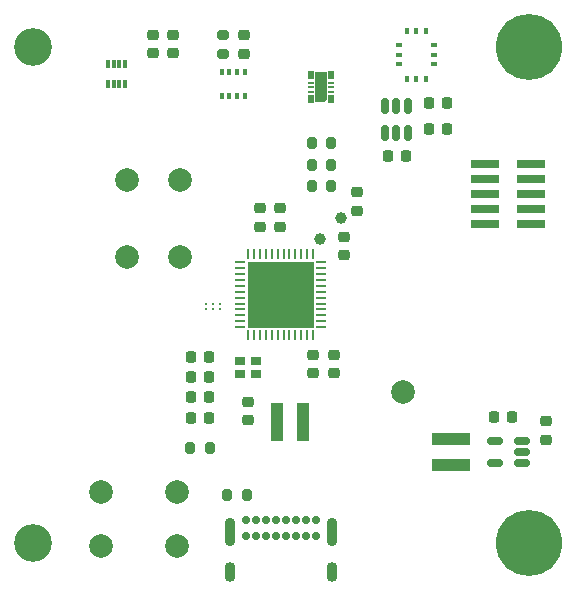
<source format=gbr>
%TF.GenerationSoftware,KiCad,Pcbnew,8.0.7*%
%TF.CreationDate,2025-02-04T03:24:01+13:00*%
%TF.ProjectId,Housens-L,486f7573-656e-4732-9d4c-2e6b69636164,002*%
%TF.SameCoordinates,Original*%
%TF.FileFunction,Soldermask,Top*%
%TF.FilePolarity,Negative*%
%FSLAX46Y46*%
G04 Gerber Fmt 4.6, Leading zero omitted, Abs format (unit mm)*
G04 Created by KiCad (PCBNEW 8.0.7) date 2025-02-04 03:24:01*
%MOMM*%
%LPD*%
G01*
G04 APERTURE LIST*
G04 Aperture macros list*
%AMRoundRect*
0 Rectangle with rounded corners*
0 $1 Rounding radius*
0 $2 $3 $4 $5 $6 $7 $8 $9 X,Y pos of 4 corners*
0 Add a 4 corners polygon primitive as box body*
4,1,4,$2,$3,$4,$5,$6,$7,$8,$9,$2,$3,0*
0 Add four circle primitives for the rounded corners*
1,1,$1+$1,$2,$3*
1,1,$1+$1,$4,$5*
1,1,$1+$1,$6,$7*
1,1,$1+$1,$8,$9*
0 Add four rect primitives between the rounded corners*
20,1,$1+$1,$2,$3,$4,$5,0*
20,1,$1+$1,$4,$5,$6,$7,0*
20,1,$1+$1,$6,$7,$8,$9,0*
20,1,$1+$1,$8,$9,$2,$3,0*%
%AMOutline5P*
0 Free polygon, 5 corners , with rotation*
0 The origin of the aperture is its center*
0 number of corners: always 5*
0 $1 to $10 corner X, Y*
0 $11 Rotation angle, in degrees counterclockwise*
0 create outline with 5 corners*
4,1,5,$1,$2,$3,$4,$5,$6,$7,$8,$9,$10,$1,$2,$11*%
%AMOutline6P*
0 Free polygon, 6 corners , with rotation*
0 The origin of the aperture is its center*
0 number of corners: always 6*
0 $1 to $12 corner X, Y*
0 $13 Rotation angle, in degrees counterclockwise*
0 create outline with 6 corners*
4,1,6,$1,$2,$3,$4,$5,$6,$7,$8,$9,$10,$11,$12,$1,$2,$13*%
%AMOutline7P*
0 Free polygon, 7 corners , with rotation*
0 The origin of the aperture is its center*
0 number of corners: always 7*
0 $1 to $14 corner X, Y*
0 $15 Rotation angle, in degrees counterclockwise*
0 create outline with 7 corners*
4,1,7,$1,$2,$3,$4,$5,$6,$7,$8,$9,$10,$11,$12,$13,$14,$1,$2,$15*%
%AMOutline8P*
0 Free polygon, 8 corners , with rotation*
0 The origin of the aperture is its center*
0 number of corners: always 8*
0 $1 to $16 corner X, Y*
0 $17 Rotation angle, in degrees counterclockwise*
0 create outline with 8 corners*
4,1,8,$1,$2,$3,$4,$5,$6,$7,$8,$9,$10,$11,$12,$13,$14,$15,$16,$1,$2,$17*%
G04 Aperture macros list end*
%ADD10R,0.200000X0.200000*%
%ADD11RoundRect,0.225000X-0.225000X-0.250000X0.225000X-0.250000X0.225000X0.250000X-0.225000X0.250000X0*%
%ADD12C,3.200000*%
%ADD13RoundRect,0.200000X0.200000X0.275000X-0.200000X0.275000X-0.200000X-0.275000X0.200000X-0.275000X0*%
%ADD14RoundRect,0.225000X-0.250000X0.225000X-0.250000X-0.225000X0.250000X-0.225000X0.250000X0.225000X0*%
%ADD15RoundRect,0.225000X0.225000X0.250000X-0.225000X0.250000X-0.225000X-0.250000X0.225000X-0.250000X0*%
%ADD16C,5.600000*%
%ADD17R,0.500000X0.325000*%
%ADD18R,0.500000X0.250000*%
%ADD19Outline5P,-0.475000X1.085000X-0.285000X1.275000X0.475000X1.275000X0.475000X-1.275000X-0.475000X-1.275000X180.000000*%
%ADD20RoundRect,0.150000X-0.150000X0.512500X-0.150000X-0.512500X0.150000X-0.512500X0.150000X0.512500X0*%
%ADD21RoundRect,0.225000X0.250000X-0.225000X0.250000X0.225000X-0.250000X0.225000X-0.250000X-0.225000X0*%
%ADD22R,0.550000X0.300000*%
%ADD23R,0.300000X0.550000*%
%ADD24R,0.300000X0.720000*%
%ADD25R,0.900000X0.800000*%
%ADD26RoundRect,0.062500X-0.062500X0.375000X-0.062500X-0.375000X0.062500X-0.375000X0.062500X0.375000X0*%
%ADD27RoundRect,0.062500X-0.375000X0.062500X-0.375000X-0.062500X0.375000X-0.062500X0.375000X0.062500X0*%
%ADD28R,5.600000X5.600000*%
%ADD29R,0.350000X0.500000*%
%ADD30RoundRect,0.150000X0.512500X0.150000X-0.512500X0.150000X-0.512500X-0.150000X0.512500X-0.150000X0*%
%ADD31C,2.000000*%
%ADD32R,2.400000X0.740000*%
%ADD33RoundRect,0.200000X-0.200000X-0.275000X0.200000X-0.275000X0.200000X0.275000X-0.200000X0.275000X0*%
%ADD34RoundRect,0.200000X0.275000X-0.200000X0.275000X0.200000X-0.275000X0.200000X-0.275000X-0.200000X0*%
%ADD35R,3.200000X1.000000*%
%ADD36C,0.700000*%
%ADD37O,0.900000X2.400000*%
%ADD38O,0.900000X1.700000*%
%ADD39R,1.000000X3.200000*%
%ADD40C,1.000000*%
G04 APERTURE END LIST*
D10*
%TO.C,U8*%
X78700000Y-106250000D03*
X79287000Y-106250000D03*
X79874000Y-106250000D03*
X79874000Y-105750000D03*
X79287000Y-105750000D03*
X78700000Y-105750000D03*
%TD*%
D11*
%TO.C,C20*%
X97525000Y-88800000D03*
X99075000Y-88800000D03*
%TD*%
D12*
%TO.C,H1*%
X64000000Y-84000000D03*
%TD*%
D13*
%TO.C,R2*%
X89300000Y-92200000D03*
X87650000Y-92200000D03*
%TD*%
D14*
%TO.C,C8*%
X89525000Y-110075000D03*
X89525000Y-111625000D03*
%TD*%
D15*
%TO.C,C16*%
X78950000Y-113706250D03*
X77400000Y-113706250D03*
%TD*%
D16*
%TO.C,H2*%
X106000000Y-84000000D03*
%TD*%
D17*
%TO.C,U7*%
X89300000Y-88600000D03*
X89300000Y-88275000D03*
D18*
X89300000Y-87837500D03*
X89300000Y-87437500D03*
X89300000Y-87037500D03*
D17*
X89300000Y-86600000D03*
X89300000Y-86275000D03*
X87600000Y-86275000D03*
X87600000Y-86600000D03*
D18*
X87600000Y-87037500D03*
X87600000Y-87437500D03*
X87600000Y-87837500D03*
D17*
X87600000Y-88275000D03*
X87600000Y-88600000D03*
D19*
X88450000Y-87437500D03*
%TD*%
D15*
%TO.C,C15*%
X78950000Y-115416250D03*
X77400000Y-115416250D03*
%TD*%
D20*
%TO.C,U6*%
X95750000Y-89025000D03*
X94800000Y-89025000D03*
X93850000Y-89025000D03*
X93850000Y-91300000D03*
X94800000Y-91300000D03*
X95750000Y-91300000D03*
%TD*%
D21*
%TO.C,C1*%
X107500000Y-117275000D03*
X107500000Y-115725000D03*
%TD*%
D22*
%TO.C,U5*%
X95000000Y-83900000D03*
X95000000Y-84700000D03*
X95000000Y-85500000D03*
D23*
X95700000Y-86700000D03*
X96500000Y-86700000D03*
X97300000Y-86700000D03*
D22*
X98000000Y-85500000D03*
X98000000Y-84700000D03*
X98000000Y-83900000D03*
D23*
X97300000Y-82700000D03*
X96500000Y-82700000D03*
X95700000Y-82700000D03*
%TD*%
D24*
%TO.C,U3*%
X71850000Y-85430000D03*
X71350000Y-85430000D03*
X70850000Y-85430000D03*
X70350000Y-85430000D03*
X70350000Y-87150000D03*
X70850000Y-87150000D03*
X71350000Y-87150000D03*
X71850000Y-87150000D03*
%TD*%
D21*
%TO.C,C6*%
X82262500Y-115625000D03*
X82262500Y-114075000D03*
%TD*%
D25*
%TO.C,Y1*%
X82937500Y-110600000D03*
X81537500Y-110600000D03*
X81537500Y-111700000D03*
X82937500Y-111700000D03*
%TD*%
D13*
%TO.C,R3*%
X89300000Y-94000000D03*
X87650000Y-94000000D03*
%TD*%
D21*
%TO.C,C4*%
X75900000Y-84550000D03*
X75900000Y-83000000D03*
%TD*%
D26*
%TO.C,U4*%
X87750000Y-101562500D03*
X87250000Y-101562500D03*
X86750000Y-101562500D03*
X86250000Y-101562500D03*
X85750000Y-101562500D03*
X85250000Y-101562500D03*
X84750000Y-101562500D03*
X84250000Y-101562500D03*
X83750000Y-101562500D03*
X83250000Y-101562500D03*
X82750000Y-101562500D03*
X82250000Y-101562500D03*
D27*
X81562500Y-102250000D03*
X81562500Y-102750000D03*
X81562500Y-103250000D03*
X81562500Y-103750000D03*
X81562500Y-104250000D03*
X81562500Y-104750000D03*
X81562500Y-105250000D03*
X81562500Y-105750000D03*
X81562500Y-106250000D03*
X81562500Y-106750000D03*
X81562500Y-107250000D03*
X81562500Y-107750000D03*
D26*
X82250000Y-108437500D03*
X82750000Y-108437500D03*
X83250000Y-108437500D03*
X83750000Y-108437500D03*
X84250000Y-108437500D03*
X84750000Y-108437500D03*
X85250000Y-108437500D03*
X85750000Y-108437500D03*
X86250000Y-108437500D03*
X86750000Y-108437500D03*
X87250000Y-108437500D03*
X87750000Y-108437500D03*
D27*
X88437500Y-107750000D03*
X88437500Y-107250000D03*
X88437500Y-106750000D03*
X88437500Y-106250000D03*
X88437500Y-105750000D03*
X88437500Y-105250000D03*
X88437500Y-104750000D03*
X88437500Y-104250000D03*
X88437500Y-103750000D03*
X88437500Y-103250000D03*
X88437500Y-102750000D03*
X88437500Y-102250000D03*
D28*
X85000000Y-105000000D03*
%TD*%
D16*
%TO.C,H3*%
X106000000Y-126000000D03*
%TD*%
D29*
%TO.C,U2*%
X81967461Y-88205648D03*
X81317461Y-88205648D03*
X80667461Y-88205648D03*
X80017461Y-88205648D03*
X80017461Y-86155648D03*
X80667461Y-86155648D03*
X81317461Y-86155648D03*
X81967461Y-86155648D03*
%TD*%
D21*
%TO.C,C11*%
X83237500Y-99250000D03*
X83237500Y-97700000D03*
%TD*%
D11*
%TO.C,C2*%
X103025000Y-115350000D03*
X104575000Y-115350000D03*
%TD*%
D12*
%TO.C,H4*%
X64000000Y-126000000D03*
%TD*%
D30*
%TO.C,U1*%
X105400000Y-119250000D03*
X105400000Y-118300000D03*
X105400000Y-117350000D03*
X103125000Y-117350000D03*
X103125000Y-119250000D03*
%TD*%
D21*
%TO.C,C9*%
X91450000Y-97875000D03*
X91450000Y-96325000D03*
%TD*%
%TO.C,C12*%
X84937500Y-99250000D03*
X84937500Y-97700000D03*
%TD*%
D15*
%TO.C,C10*%
X78950000Y-110293750D03*
X77400000Y-110293750D03*
%TD*%
D11*
%TO.C,C19*%
X97525000Y-91000000D03*
X99075000Y-91000000D03*
%TD*%
D31*
%TO.C,TP1*%
X95400000Y-113200000D03*
%TD*%
D32*
%TO.C,J1*%
X106200000Y-99000000D03*
X102300000Y-99000000D03*
X106200000Y-97730000D03*
X102300000Y-97730000D03*
X106200000Y-96460000D03*
X102300000Y-96460000D03*
X106200000Y-95190000D03*
X102300000Y-95190000D03*
X106200000Y-93920000D03*
X102300000Y-93920000D03*
%TD*%
D33*
%TO.C,R5*%
X80475000Y-122000000D03*
X82125000Y-122000000D03*
%TD*%
D21*
%TO.C,C14*%
X90400000Y-101650000D03*
X90400000Y-100100000D03*
%TD*%
D34*
%TO.C,R4*%
X80157461Y-84645648D03*
X80157461Y-82995648D03*
%TD*%
D14*
%TO.C,C13*%
X87725000Y-110075000D03*
X87725000Y-111625000D03*
%TD*%
D35*
%TO.C,L1*%
X99400000Y-119450000D03*
X99400000Y-117250000D03*
%TD*%
D13*
%TO.C,R9*%
X79000000Y-118000000D03*
X77350000Y-118000000D03*
%TD*%
D11*
%TO.C,C18*%
X94050000Y-93250000D03*
X95600000Y-93250000D03*
%TD*%
D15*
%TO.C,C7*%
X78950000Y-111993750D03*
X77400000Y-111993750D03*
%TD*%
D36*
%TO.C,J2*%
X82050000Y-124100000D03*
X82900000Y-124100000D03*
X83750000Y-124100000D03*
X84600000Y-124100000D03*
X85450000Y-124100000D03*
X86300000Y-124100000D03*
X87150000Y-124100000D03*
X88000000Y-124100000D03*
X88000000Y-125450000D03*
X87150000Y-125450000D03*
X86300000Y-125450000D03*
X85450000Y-125450000D03*
X84600000Y-125450000D03*
X83750000Y-125450000D03*
X82900000Y-125450000D03*
X82050000Y-125450000D03*
D37*
X80700000Y-125080000D03*
D38*
X80700000Y-128460000D03*
D37*
X89350000Y-125080000D03*
D38*
X89350000Y-128460000D03*
%TD*%
D13*
%TO.C,R1*%
X89300000Y-95800000D03*
X87650000Y-95800000D03*
%TD*%
D21*
%TO.C,C5*%
X74175000Y-84550000D03*
X74175000Y-83000000D03*
%TD*%
D31*
%TO.C,SW2*%
X76250000Y-126250000D03*
X69750000Y-126250000D03*
X76250000Y-121750000D03*
X69750000Y-121750000D03*
%TD*%
D39*
%TO.C,L2*%
X84662500Y-115750000D03*
X86862500Y-115750000D03*
%TD*%
D21*
%TO.C,C3*%
X81867461Y-84600648D03*
X81867461Y-83050648D03*
%TD*%
D40*
%TO.C,Y2*%
X88300000Y-100300000D03*
X90096051Y-98503949D03*
%TD*%
D31*
%TO.C,SW1*%
X72000000Y-95300000D03*
X72000000Y-101800000D03*
X76500000Y-95300000D03*
X76500000Y-101800000D03*
%TD*%
M02*

</source>
